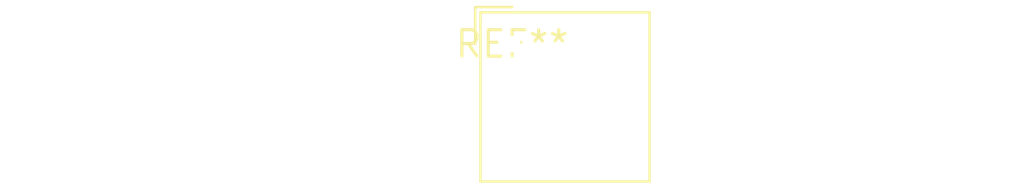
<source format=kicad_pcb>
(kicad_pcb (version 20240108) (generator pcbnew)
  (layers (0 "F.Cu" signal) (31 "B.Cu" signal) (34 "B.Paste" user) (35 "F.Paste" user) (36 "B.SilkS" user "B.Silkscreen") (37 "F.SilkS" user "F.Silkscreen") (38 "B.Mask" user) (39 "F.Mask" user) (44 "Edge.Cuts" user))
  (net 0 "")
  (footprint "LED_Rectangular_W7.62mm_H4.55mm_P5.08mm_R3" (layer "F.Cu") (at 0 0)
    (property "Reference" "REF**")
    (property "Value" "LED_Rectangular_W7.62mm_H4.55mm_P5.08mm_R3")
    (fp_line (start -1.778 -1.778) (end -1.778 0) (layer "F.SilkS") (stroke (width 0.12)))
    (fp_line (start -1.524 -1.524) (end -1.524 6.604) (layer "F.SilkS") (stroke (width 0.12)))
    (fp_line (start -1.524 6.604) (end 6.604 6.604) (layer "F.SilkS") (stroke (width 0.12)))
    (fp_line (start 0 -1.778) (end -1.778 -1.778) (layer "F.SilkS") (stroke (width 0.12)))
    (fp_line (start 6.604 -1.524) (end -1.524 -1.524) (layer "F.SilkS") (stroke (width 0.12)))
    (fp_line (start 6.604 6.604) (end 6.604 -1.524) (layer "F.SilkS") (stroke (width 0.12)))
    (pad "1" thru_hole rect (at 0 0) (size 1.8 1.8) (drill 0.8) (layers *.Cu *.Mask) (remove_unused_layers))
    (pad "1" thru_hole circle (at 5.08 0) (size 1.8 1.8) (drill 0.8) (layers *.Cu *.Mask) (remove_unused_layers))
    (pad "2" thru_hole circle (at 0 5.08) (size 1.8 1.8) (drill 0.8) (layers *.Cu *.Mask) (remove_unused_layers))
    (pad "2" thru_hole circle (at 5.08 5.08) (size 1.8 1.8) (drill 0.8) (layers *.Cu *.Mask) (remove_unused_layers))
  )
)
</source>
